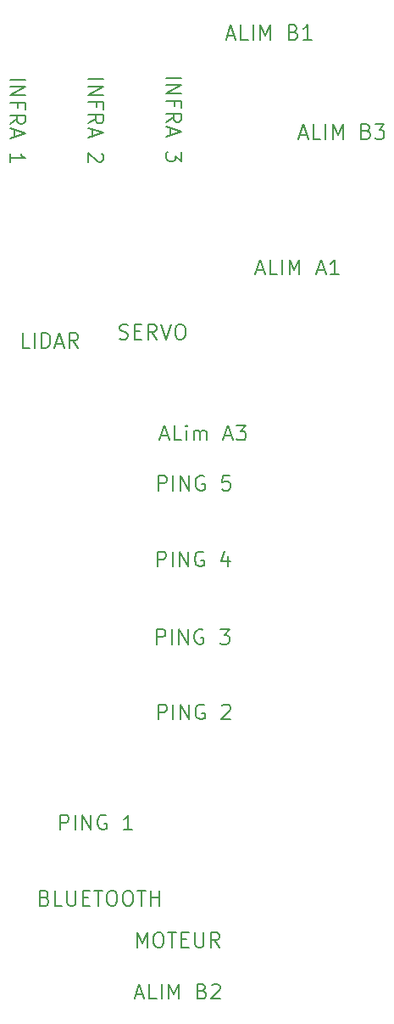
<source format=gbr>
%TF.GenerationSoftware,KiCad,Pcbnew,(6.0.1)*%
%TF.CreationDate,2022-01-26T17:31:55+01:00*%
%TF.ProjectId,carte_kicad_F46NG,63617274-655f-46b6-9963-61645f463436,rev?*%
%TF.SameCoordinates,Original*%
%TF.FileFunction,Other,ECO1*%
%FSLAX46Y46*%
G04 Gerber Fmt 4.6, Leading zero omitted, Abs format (unit mm)*
G04 Created by KiCad (PCBNEW (6.0.1)) date 2022-01-26 17:31:55*
%MOMM*%
%LPD*%
G01*
G04 APERTURE LIST*
%ADD10C,0.150000*%
G04 APERTURE END LIST*
D10*
X198985714Y-150110000D02*
X199700000Y-150110000D01*
X198842857Y-150538571D02*
X199342857Y-149038571D01*
X199842857Y-150538571D01*
X201057142Y-150538571D02*
X200342857Y-150538571D01*
X200342857Y-149038571D01*
X201557142Y-150538571D02*
X201557142Y-149038571D01*
X202271428Y-150538571D02*
X202271428Y-149038571D01*
X202771428Y-150110000D01*
X203271428Y-149038571D01*
X203271428Y-150538571D01*
X205628571Y-149752857D02*
X205842857Y-149824285D01*
X205914285Y-149895714D01*
X205985714Y-150038571D01*
X205985714Y-150252857D01*
X205914285Y-150395714D01*
X205842857Y-150467142D01*
X205700000Y-150538571D01*
X205128571Y-150538571D01*
X205128571Y-149038571D01*
X205628571Y-149038571D01*
X205771428Y-149110000D01*
X205842857Y-149181428D01*
X205914285Y-149324285D01*
X205914285Y-149467142D01*
X205842857Y-149610000D01*
X205771428Y-149681428D01*
X205628571Y-149752857D01*
X205128571Y-149752857D01*
X206557142Y-149181428D02*
X206628571Y-149110000D01*
X206771428Y-149038571D01*
X207128571Y-149038571D01*
X207271428Y-149110000D01*
X207342857Y-149181428D01*
X207414285Y-149324285D01*
X207414285Y-149467142D01*
X207342857Y-149681428D01*
X206485714Y-150538571D01*
X207414285Y-150538571D01*
X199128571Y-145405197D02*
X199128571Y-143905197D01*
X199628571Y-144976626D01*
X200128571Y-143905197D01*
X200128571Y-145405197D01*
X201128571Y-143905197D02*
X201414285Y-143905197D01*
X201557142Y-143976626D01*
X201700000Y-144119483D01*
X201771428Y-144405197D01*
X201771428Y-144905197D01*
X201700000Y-145190911D01*
X201557142Y-145333768D01*
X201414285Y-145405197D01*
X201128571Y-145405197D01*
X200985714Y-145333768D01*
X200842857Y-145190911D01*
X200771428Y-144905197D01*
X200771428Y-144405197D01*
X200842857Y-144119483D01*
X200985714Y-143976626D01*
X201128571Y-143905197D01*
X202200000Y-143905197D02*
X203057142Y-143905197D01*
X202628571Y-145405197D02*
X202628571Y-143905197D01*
X203557142Y-144619483D02*
X204057142Y-144619483D01*
X204271428Y-145405197D02*
X203557142Y-145405197D01*
X203557142Y-143905197D01*
X204271428Y-143905197D01*
X204914285Y-143905197D02*
X204914285Y-145119483D01*
X204985714Y-145262340D01*
X205057142Y-145333768D01*
X205200000Y-145405197D01*
X205485714Y-145405197D01*
X205628571Y-145333768D01*
X205700000Y-145262340D01*
X205771428Y-145119483D01*
X205771428Y-143905197D01*
X207342857Y-145405197D02*
X206842857Y-144690911D01*
X206485714Y-145405197D02*
X206485714Y-143905197D01*
X207057142Y-143905197D01*
X207200000Y-143976626D01*
X207271428Y-144048054D01*
X207342857Y-144190911D01*
X207342857Y-144405197D01*
X207271428Y-144548054D01*
X207200000Y-144619483D01*
X207057142Y-144690911D01*
X206485714Y-144690911D01*
X189911892Y-140461517D02*
X190126178Y-140532945D01*
X190197606Y-140604374D01*
X190269035Y-140747231D01*
X190269035Y-140961517D01*
X190197606Y-141104374D01*
X190126178Y-141175802D01*
X189983320Y-141247231D01*
X189411892Y-141247231D01*
X189411892Y-139747231D01*
X189911892Y-139747231D01*
X190054749Y-139818660D01*
X190126178Y-139890088D01*
X190197606Y-140032945D01*
X190197606Y-140175802D01*
X190126178Y-140318660D01*
X190054749Y-140390088D01*
X189911892Y-140461517D01*
X189411892Y-140461517D01*
X191626178Y-141247231D02*
X190911892Y-141247231D01*
X190911892Y-139747231D01*
X192126178Y-139747231D02*
X192126178Y-140961517D01*
X192197606Y-141104374D01*
X192269035Y-141175802D01*
X192411892Y-141247231D01*
X192697606Y-141247231D01*
X192840463Y-141175802D01*
X192911892Y-141104374D01*
X192983320Y-140961517D01*
X192983320Y-139747231D01*
X193697606Y-140461517D02*
X194197606Y-140461517D01*
X194411892Y-141247231D02*
X193697606Y-141247231D01*
X193697606Y-139747231D01*
X194411892Y-139747231D01*
X194840463Y-139747231D02*
X195697606Y-139747231D01*
X195269035Y-141247231D02*
X195269035Y-139747231D01*
X196483320Y-139747231D02*
X196769035Y-139747231D01*
X196911892Y-139818660D01*
X197054749Y-139961517D01*
X197126178Y-140247231D01*
X197126178Y-140747231D01*
X197054749Y-141032945D01*
X196911892Y-141175802D01*
X196769035Y-141247231D01*
X196483320Y-141247231D01*
X196340463Y-141175802D01*
X196197606Y-141032945D01*
X196126178Y-140747231D01*
X196126178Y-140247231D01*
X196197606Y-139961517D01*
X196340463Y-139818660D01*
X196483320Y-139747231D01*
X198054749Y-139747231D02*
X198340463Y-139747231D01*
X198483320Y-139818660D01*
X198626178Y-139961517D01*
X198697606Y-140247231D01*
X198697606Y-140747231D01*
X198626178Y-141032945D01*
X198483320Y-141175802D01*
X198340463Y-141247231D01*
X198054749Y-141247231D01*
X197911892Y-141175802D01*
X197769035Y-141032945D01*
X197697606Y-140747231D01*
X197697606Y-140247231D01*
X197769035Y-139961517D01*
X197911892Y-139818660D01*
X198054749Y-139747231D01*
X199126178Y-139747231D02*
X199983320Y-139747231D01*
X199554749Y-141247231D02*
X199554749Y-139747231D01*
X200483320Y-141247231D02*
X200483320Y-139747231D01*
X200483320Y-140461517D02*
X201340463Y-140461517D01*
X201340463Y-141247231D02*
X201340463Y-139747231D01*
X208127584Y-54486816D02*
X208841870Y-54486816D01*
X207984727Y-54915387D02*
X208484727Y-53415387D01*
X208984727Y-54915387D01*
X210199012Y-54915387D02*
X209484727Y-54915387D01*
X209484727Y-53415387D01*
X210699012Y-54915387D02*
X210699012Y-53415387D01*
X211413298Y-54915387D02*
X211413298Y-53415387D01*
X211913298Y-54486816D01*
X212413298Y-53415387D01*
X212413298Y-54915387D01*
X214770441Y-54129673D02*
X214984727Y-54201101D01*
X215056155Y-54272530D01*
X215127584Y-54415387D01*
X215127584Y-54629673D01*
X215056155Y-54772530D01*
X214984727Y-54843958D01*
X214841870Y-54915387D01*
X214270441Y-54915387D01*
X214270441Y-53415387D01*
X214770441Y-53415387D01*
X214913298Y-53486816D01*
X214984727Y-53558244D01*
X215056155Y-53701101D01*
X215056155Y-53843958D01*
X214984727Y-53986816D01*
X214913298Y-54058244D01*
X214770441Y-54129673D01*
X214270441Y-54129673D01*
X216556155Y-54915387D02*
X215699012Y-54915387D01*
X216127584Y-54915387D02*
X216127584Y-53415387D01*
X215984727Y-53629673D01*
X215841870Y-53772530D01*
X215699012Y-53843958D01*
X215385602Y-64363174D02*
X216099888Y-64363174D01*
X215242745Y-64791745D02*
X215742745Y-63291745D01*
X216242745Y-64791745D01*
X217457030Y-64791745D02*
X216742745Y-64791745D01*
X216742745Y-63291745D01*
X217957030Y-64791745D02*
X217957030Y-63291745D01*
X218671316Y-64791745D02*
X218671316Y-63291745D01*
X219171316Y-64363174D01*
X219671316Y-63291745D01*
X219671316Y-64791745D01*
X222028459Y-64006031D02*
X222242745Y-64077459D01*
X222314173Y-64148888D01*
X222385602Y-64291745D01*
X222385602Y-64506031D01*
X222314173Y-64648888D01*
X222242745Y-64720316D01*
X222099888Y-64791745D01*
X221528459Y-64791745D01*
X221528459Y-63291745D01*
X222028459Y-63291745D01*
X222171316Y-63363174D01*
X222242745Y-63434602D01*
X222314173Y-63577459D01*
X222314173Y-63720316D01*
X222242745Y-63863174D01*
X222171316Y-63934602D01*
X222028459Y-64006031D01*
X221528459Y-64006031D01*
X222885602Y-63291745D02*
X223814173Y-63291745D01*
X223314173Y-63863174D01*
X223528459Y-63863174D01*
X223671316Y-63934602D01*
X223742745Y-64006031D01*
X223814173Y-64148888D01*
X223814173Y-64506031D01*
X223742745Y-64648888D01*
X223671316Y-64720316D01*
X223528459Y-64791745D01*
X223099888Y-64791745D01*
X222957030Y-64720316D01*
X222885602Y-64648888D01*
X202044864Y-58701571D02*
X203544864Y-58701571D01*
X202044864Y-59415856D02*
X203544864Y-59415856D01*
X202044864Y-60272999D01*
X203544864Y-60272999D01*
X202830578Y-61487285D02*
X202830578Y-60987285D01*
X202044864Y-60987285D02*
X203544864Y-60987285D01*
X203544864Y-61701571D01*
X202044864Y-63130142D02*
X202759150Y-62630142D01*
X202044864Y-62272999D02*
X203544864Y-62272999D01*
X203544864Y-62844428D01*
X203473436Y-62987285D01*
X203402007Y-63058714D01*
X203259150Y-63130142D01*
X203044864Y-63130142D01*
X202902007Y-63058714D01*
X202830578Y-62987285D01*
X202759150Y-62844428D01*
X202759150Y-62272999D01*
X202473436Y-63701571D02*
X202473436Y-64415856D01*
X202044864Y-63558714D02*
X203544864Y-64058714D01*
X202044864Y-64558714D01*
X203544864Y-66058714D02*
X203544864Y-66987285D01*
X202973436Y-66487285D01*
X202973436Y-66701571D01*
X202902007Y-66844428D01*
X202830578Y-66915856D01*
X202687721Y-66987285D01*
X202330578Y-66987285D01*
X202187721Y-66915856D01*
X202116293Y-66844428D01*
X202044864Y-66701571D01*
X202044864Y-66272999D01*
X202116293Y-66130142D01*
X202187721Y-66058714D01*
X194258868Y-58823864D02*
X195758868Y-58823864D01*
X194258868Y-59538149D02*
X195758868Y-59538149D01*
X194258868Y-60395292D01*
X195758868Y-60395292D01*
X195044582Y-61609578D02*
X195044582Y-61109578D01*
X194258868Y-61109578D02*
X195758868Y-61109578D01*
X195758868Y-61823864D01*
X194258868Y-63252435D02*
X194973154Y-62752435D01*
X194258868Y-62395292D02*
X195758868Y-62395292D01*
X195758868Y-62966721D01*
X195687440Y-63109578D01*
X195616011Y-63181007D01*
X195473154Y-63252435D01*
X195258868Y-63252435D01*
X195116011Y-63181007D01*
X195044582Y-63109578D01*
X194973154Y-62966721D01*
X194973154Y-62395292D01*
X194687440Y-63823864D02*
X194687440Y-64538149D01*
X194258868Y-63681007D02*
X195758868Y-64181007D01*
X194258868Y-64681007D01*
X195616011Y-66252435D02*
X195687440Y-66323864D01*
X195758868Y-66466721D01*
X195758868Y-66823864D01*
X195687440Y-66966721D01*
X195616011Y-67038149D01*
X195473154Y-67109578D01*
X195330297Y-67109578D01*
X195116011Y-67038149D01*
X194258868Y-66181007D01*
X194258868Y-67109578D01*
X186432107Y-58864629D02*
X187932107Y-58864629D01*
X186432107Y-59578914D02*
X187932107Y-59578914D01*
X186432107Y-60436057D01*
X187932107Y-60436057D01*
X187217821Y-61650343D02*
X187217821Y-61150343D01*
X186432107Y-61150343D02*
X187932107Y-61150343D01*
X187932107Y-61864629D01*
X186432107Y-63293200D02*
X187146393Y-62793200D01*
X186432107Y-62436057D02*
X187932107Y-62436057D01*
X187932107Y-63007486D01*
X187860679Y-63150343D01*
X187789250Y-63221772D01*
X187646393Y-63293200D01*
X187432107Y-63293200D01*
X187289250Y-63221772D01*
X187217821Y-63150343D01*
X187146393Y-63007486D01*
X187146393Y-62436057D01*
X186860679Y-63864629D02*
X186860679Y-64578914D01*
X186432107Y-63721772D02*
X187932107Y-64221772D01*
X186432107Y-64721772D01*
X186432107Y-67150343D02*
X186432107Y-66293200D01*
X186432107Y-66721772D02*
X187932107Y-66721772D01*
X187717821Y-66578914D01*
X187574964Y-66436057D01*
X187503536Y-66293200D01*
X188376879Y-85622342D02*
X187662594Y-85622342D01*
X187662594Y-84122342D01*
X188876879Y-85622342D02*
X188876879Y-84122342D01*
X189591165Y-85622342D02*
X189591165Y-84122342D01*
X189948308Y-84122342D01*
X190162594Y-84193771D01*
X190305451Y-84336628D01*
X190376879Y-84479485D01*
X190448308Y-84765199D01*
X190448308Y-84979485D01*
X190376879Y-85265199D01*
X190305451Y-85408056D01*
X190162594Y-85550913D01*
X189948308Y-85622342D01*
X189591165Y-85622342D01*
X191019736Y-85193771D02*
X191734022Y-85193771D01*
X190876879Y-85622342D02*
X191376879Y-84122342D01*
X191876879Y-85622342D01*
X193234022Y-85622342D02*
X192734022Y-84908056D01*
X192376879Y-85622342D02*
X192376879Y-84122342D01*
X192948308Y-84122342D01*
X193091165Y-84193771D01*
X193162594Y-84265199D01*
X193234022Y-84408056D01*
X193234022Y-84622342D01*
X193162594Y-84765199D01*
X193091165Y-84836628D01*
X192948308Y-84908056D01*
X192376879Y-84908056D01*
X211049428Y-77896948D02*
X211763713Y-77896948D01*
X210906571Y-78325519D02*
X211406571Y-76825519D01*
X211906571Y-78325519D01*
X213120856Y-78325519D02*
X212406571Y-78325519D01*
X212406571Y-76825519D01*
X213620856Y-78325519D02*
X213620856Y-76825519D01*
X214335142Y-78325519D02*
X214335142Y-76825519D01*
X214835142Y-77896948D01*
X215335142Y-76825519D01*
X215335142Y-78325519D01*
X217120856Y-77896948D02*
X217835142Y-77896948D01*
X216977999Y-78325519D02*
X217477999Y-76825519D01*
X217977999Y-78325519D01*
X219263713Y-78325519D02*
X218406571Y-78325519D01*
X218835142Y-78325519D02*
X218835142Y-76825519D01*
X218692285Y-77039805D01*
X218549428Y-77182662D01*
X218406571Y-77254090D01*
X201230990Y-122677161D02*
X201230990Y-121177161D01*
X201802419Y-121177161D01*
X201945276Y-121248590D01*
X202016704Y-121320018D01*
X202088133Y-121462875D01*
X202088133Y-121677161D01*
X202016704Y-121820018D01*
X201945276Y-121891447D01*
X201802419Y-121962875D01*
X201230990Y-121962875D01*
X202730990Y-122677161D02*
X202730990Y-121177161D01*
X203445276Y-122677161D02*
X203445276Y-121177161D01*
X204302419Y-122677161D01*
X204302419Y-121177161D01*
X205802419Y-121248590D02*
X205659561Y-121177161D01*
X205445276Y-121177161D01*
X205230990Y-121248590D01*
X205088133Y-121391447D01*
X205016704Y-121534304D01*
X204945276Y-121820018D01*
X204945276Y-122034304D01*
X205016704Y-122320018D01*
X205088133Y-122462875D01*
X205230990Y-122605732D01*
X205445276Y-122677161D01*
X205588133Y-122677161D01*
X205802419Y-122605732D01*
X205873847Y-122534304D01*
X205873847Y-122034304D01*
X205588133Y-122034304D01*
X207588133Y-121320018D02*
X207659561Y-121248590D01*
X207802419Y-121177161D01*
X208159561Y-121177161D01*
X208302419Y-121248590D01*
X208373847Y-121320018D01*
X208445276Y-121462875D01*
X208445276Y-121605732D01*
X208373847Y-121820018D01*
X207516704Y-122677161D01*
X208445276Y-122677161D01*
X201230990Y-99849110D02*
X201230990Y-98349110D01*
X201802419Y-98349110D01*
X201945276Y-98420539D01*
X202016704Y-98491967D01*
X202088133Y-98634824D01*
X202088133Y-98849110D01*
X202016704Y-98991967D01*
X201945276Y-99063396D01*
X201802419Y-99134824D01*
X201230990Y-99134824D01*
X202730990Y-99849110D02*
X202730990Y-98349110D01*
X203445276Y-99849110D02*
X203445276Y-98349110D01*
X204302419Y-99849110D01*
X204302419Y-98349110D01*
X205802419Y-98420539D02*
X205659561Y-98349110D01*
X205445276Y-98349110D01*
X205230990Y-98420539D01*
X205088133Y-98563396D01*
X205016704Y-98706253D01*
X204945276Y-98991967D01*
X204945276Y-99206253D01*
X205016704Y-99491967D01*
X205088133Y-99634824D01*
X205230990Y-99777681D01*
X205445276Y-99849110D01*
X205588133Y-99849110D01*
X205802419Y-99777681D01*
X205873847Y-99706253D01*
X205873847Y-99206253D01*
X205588133Y-99206253D01*
X208373847Y-98349110D02*
X207659561Y-98349110D01*
X207588133Y-99063396D01*
X207659561Y-98991967D01*
X207802419Y-98920539D01*
X208159561Y-98920539D01*
X208302419Y-98991967D01*
X208373847Y-99063396D01*
X208445276Y-99206253D01*
X208445276Y-99563396D01*
X208373847Y-99706253D01*
X208302419Y-99777681D01*
X208159561Y-99849110D01*
X207802419Y-99849110D01*
X207659561Y-99777681D01*
X207588133Y-99706253D01*
X197358737Y-84694861D02*
X197573023Y-84766290D01*
X197930166Y-84766290D01*
X198073023Y-84694861D01*
X198144452Y-84623433D01*
X198215880Y-84480576D01*
X198215880Y-84337719D01*
X198144452Y-84194861D01*
X198073023Y-84123433D01*
X197930166Y-84052004D01*
X197644452Y-83980576D01*
X197501594Y-83909147D01*
X197430166Y-83837719D01*
X197358737Y-83694861D01*
X197358737Y-83552004D01*
X197430166Y-83409147D01*
X197501594Y-83337719D01*
X197644452Y-83266290D01*
X198001594Y-83266290D01*
X198215880Y-83337719D01*
X198858737Y-83980576D02*
X199358737Y-83980576D01*
X199573023Y-84766290D02*
X198858737Y-84766290D01*
X198858737Y-83266290D01*
X199573023Y-83266290D01*
X201073023Y-84766290D02*
X200573023Y-84052004D01*
X200215880Y-84766290D02*
X200215880Y-83266290D01*
X200787309Y-83266290D01*
X200930166Y-83337719D01*
X201001594Y-83409147D01*
X201073023Y-83552004D01*
X201073023Y-83766290D01*
X201001594Y-83909147D01*
X200930166Y-83980576D01*
X200787309Y-84052004D01*
X200215880Y-84052004D01*
X201501594Y-83266290D02*
X202001594Y-84766290D01*
X202501594Y-83266290D01*
X203287309Y-83266290D02*
X203573023Y-83266290D01*
X203715880Y-83337719D01*
X203858737Y-83480576D01*
X203930166Y-83766290D01*
X203930166Y-84266290D01*
X203858737Y-84552004D01*
X203715880Y-84694861D01*
X203573023Y-84766290D01*
X203287309Y-84766290D01*
X203144452Y-84694861D01*
X203001594Y-84552004D01*
X202930166Y-84266290D01*
X202930166Y-83766290D01*
X203001594Y-83480576D01*
X203144452Y-83337719D01*
X203287309Y-83266290D01*
X191447539Y-133683543D02*
X191447539Y-132183543D01*
X192018968Y-132183543D01*
X192161825Y-132254972D01*
X192233253Y-132326400D01*
X192304682Y-132469257D01*
X192304682Y-132683543D01*
X192233253Y-132826400D01*
X192161825Y-132897829D01*
X192018968Y-132969257D01*
X191447539Y-132969257D01*
X192947539Y-133683543D02*
X192947539Y-132183543D01*
X193661825Y-133683543D02*
X193661825Y-132183543D01*
X194518968Y-133683543D01*
X194518968Y-132183543D01*
X196018968Y-132254972D02*
X195876110Y-132183543D01*
X195661825Y-132183543D01*
X195447539Y-132254972D01*
X195304682Y-132397829D01*
X195233253Y-132540686D01*
X195161825Y-132826400D01*
X195161825Y-133040686D01*
X195233253Y-133326400D01*
X195304682Y-133469257D01*
X195447539Y-133612114D01*
X195661825Y-133683543D01*
X195804682Y-133683543D01*
X196018968Y-133612114D01*
X196090396Y-133540686D01*
X196090396Y-133040686D01*
X195804682Y-133040686D01*
X198661825Y-133683543D02*
X197804682Y-133683543D01*
X198233253Y-133683543D02*
X198233253Y-132183543D01*
X198090396Y-132397829D01*
X197947539Y-132540686D01*
X197804682Y-132612114D01*
X201149461Y-107431284D02*
X201149461Y-105931284D01*
X201720890Y-105931284D01*
X201863747Y-106002713D01*
X201935175Y-106074141D01*
X202006604Y-106216998D01*
X202006604Y-106431284D01*
X201935175Y-106574141D01*
X201863747Y-106645570D01*
X201720890Y-106716998D01*
X201149461Y-106716998D01*
X202649461Y-107431284D02*
X202649461Y-105931284D01*
X203363747Y-107431284D02*
X203363747Y-105931284D01*
X204220890Y-107431284D01*
X204220890Y-105931284D01*
X205720890Y-106002713D02*
X205578032Y-105931284D01*
X205363747Y-105931284D01*
X205149461Y-106002713D01*
X205006604Y-106145570D01*
X204935175Y-106288427D01*
X204863747Y-106574141D01*
X204863747Y-106788427D01*
X204935175Y-107074141D01*
X205006604Y-107216998D01*
X205149461Y-107359855D01*
X205363747Y-107431284D01*
X205506604Y-107431284D01*
X205720890Y-107359855D01*
X205792318Y-107288427D01*
X205792318Y-106788427D01*
X205506604Y-106788427D01*
X208220890Y-106431284D02*
X208220890Y-107431284D01*
X207863747Y-105859855D02*
X207506604Y-106931284D01*
X208435175Y-106931284D01*
X201108697Y-115176515D02*
X201108697Y-113676515D01*
X201680126Y-113676515D01*
X201822983Y-113747944D01*
X201894411Y-113819372D01*
X201965840Y-113962229D01*
X201965840Y-114176515D01*
X201894411Y-114319372D01*
X201822983Y-114390801D01*
X201680126Y-114462229D01*
X201108697Y-114462229D01*
X202608697Y-115176515D02*
X202608697Y-113676515D01*
X203322983Y-115176515D02*
X203322983Y-113676515D01*
X204180126Y-115176515D01*
X204180126Y-113676515D01*
X205680126Y-113747944D02*
X205537268Y-113676515D01*
X205322983Y-113676515D01*
X205108697Y-113747944D01*
X204965840Y-113890801D01*
X204894411Y-114033658D01*
X204822983Y-114319372D01*
X204822983Y-114533658D01*
X204894411Y-114819372D01*
X204965840Y-114962229D01*
X205108697Y-115105086D01*
X205322983Y-115176515D01*
X205465840Y-115176515D01*
X205680126Y-115105086D01*
X205751554Y-115033658D01*
X205751554Y-114533658D01*
X205465840Y-114533658D01*
X207394411Y-113676515D02*
X208322983Y-113676515D01*
X207822983Y-114247944D01*
X208037268Y-114247944D01*
X208180126Y-114319372D01*
X208251554Y-114390801D01*
X208322983Y-114533658D01*
X208322983Y-114890801D01*
X208251554Y-115033658D01*
X208180126Y-115105086D01*
X208037268Y-115176515D01*
X207608697Y-115176515D01*
X207465840Y-115105086D01*
X207394411Y-115033658D01*
X201489999Y-94406520D02*
X202204284Y-94406520D01*
X201347141Y-94835091D02*
X201847141Y-93335091D01*
X202347141Y-94835091D01*
X203561427Y-94835091D02*
X202847141Y-94835091D01*
X202847141Y-93335091D01*
X204061427Y-94835091D02*
X204061427Y-93835091D01*
X204061427Y-93335091D02*
X203989999Y-93406520D01*
X204061427Y-93477948D01*
X204132856Y-93406520D01*
X204061427Y-93335091D01*
X204061427Y-93477948D01*
X204775713Y-94835091D02*
X204775713Y-93835091D01*
X204775713Y-93977948D02*
X204847141Y-93906520D01*
X204989999Y-93835091D01*
X205204284Y-93835091D01*
X205347141Y-93906520D01*
X205418570Y-94049377D01*
X205418570Y-94835091D01*
X205418570Y-94049377D02*
X205489999Y-93906520D01*
X205632856Y-93835091D01*
X205847141Y-93835091D01*
X205989999Y-93906520D01*
X206061427Y-94049377D01*
X206061427Y-94835091D01*
X207847141Y-94406520D02*
X208561427Y-94406520D01*
X207704284Y-94835091D02*
X208204284Y-93335091D01*
X208704284Y-94835091D01*
X209061427Y-93335091D02*
X209989999Y-93335091D01*
X209489999Y-93906520D01*
X209704284Y-93906520D01*
X209847141Y-93977948D01*
X209918570Y-94049377D01*
X209989999Y-94192234D01*
X209989999Y-94549377D01*
X209918570Y-94692234D01*
X209847141Y-94763662D01*
X209704284Y-94835091D01*
X209275713Y-94835091D01*
X209132856Y-94763662D01*
X209061427Y-94692234D01*
M02*

</source>
